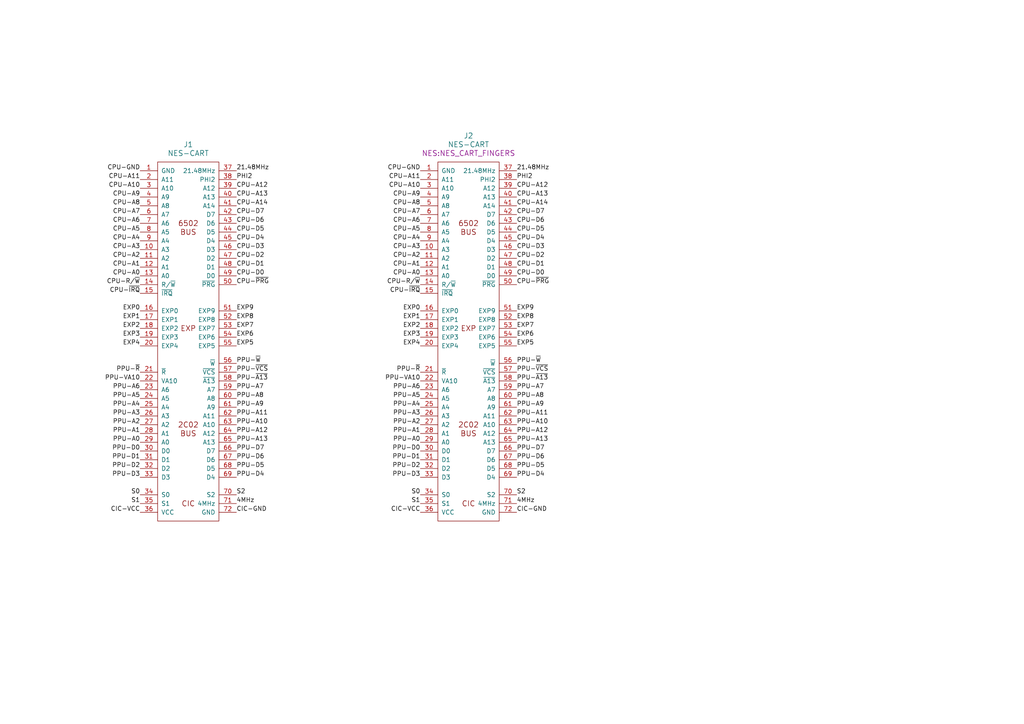
<source format=kicad_sch>
(kicad_sch (version 20231120) (generator "eeschema") (generator_version "8.0")
  (paper "A4")
  (lib_symbols
    (symbol "doragasu:NES-CART" (pin_names (offset 1.016))
      (property "Reference" "J" (at -7.62 52.07 0))
      (property "Value" "NES-CART" (at -2.54 -54.61 0))
      (symbol "NES-CART_0_0"
        (text "2C02" (at 0 -25.4 0) (effects (font (size 1.524 1.524))))
        (text "6502" (at 0 33.02 0) (effects (font (size 1.524 1.524))))
        (text "BUS" (at 0 -27.94 0) (effects (font (size 1.524 1.524))))
        (text "BUS" (at 0 30.48 0) (effects (font (size 1.524 1.524))))
        (text "CIC" (at 0 -48.26 0) (effects (font (size 1.524 1.524))))
        (text "EXP" (at 0 2.54 0) (effects (font (size 1.524 1.524))))
      )
      (symbol "NES-CART_0_1"
        (rectangle (start -8.89 50.8) (end 8.89 -53.34))
      )
      (symbol "NES-CART_1_1"
        (pin power_in line (at -13.97 48.26 0) (length 5.08) (name "GND") (number "1"))
        (pin output line (at -13.97 25.4 0) (length 5.08) (name "A3") (number "10"))
        (pin output line (at -13.97 22.86 0) (length 5.08) (name "A2") (number "11"))
        (pin output line (at -13.97 20.32 0) (length 5.08) (name "A1") (number "12"))
        (pin output line (at -13.97 17.78 0) (length 5.08) (name "A0") (number "13"))
        (pin output line (at -13.97 15.24 0) (length 5.08) (name "R/~{W}") (number "14"))
        (pin input line (at -13.97 12.7 0) (length 5.08) (name "~{IRQ}") (number "15"))
        (pin unspecified line (at -13.97 7.62 0) (length 5.08) (name "EXP0") (number "16"))
        (pin unspecified line (at -13.97 5.08 0) (length 5.08) (name "EXP1") (number "17"))
        (pin unspecified line (at -13.97 2.54 0) (length 5.08) (name "EXP2") (number "18"))
        (pin unspecified line (at -13.97 0 0) (length 5.08) (name "EXP3") (number "19"))
        (pin output line (at -13.97 45.72 0) (length 5.08) (name "A11") (number "2"))
        (pin unspecified line (at -13.97 -2.54 0) (length 5.08) (name "EXP4") (number "20"))
        (pin output line (at -13.97 -10.16 0) (length 5.08) (name "~{R}") (number "21"))
        (pin input line (at -13.97 -12.7 0) (length 5.08) (name "VA10") (number "22"))
        (pin output line (at -13.97 -15.24 0) (length 5.08) (name "A6") (number "23"))
        (pin output line (at -13.97 -17.78 0) (length 5.08) (name "A5") (number "24"))
        (pin output line (at -13.97 -20.32 0) (length 5.08) (name "A4") (number "25"))
        (pin output line (at -13.97 -22.86 0) (length 5.08) (name "A3") (number "26"))
        (pin output line (at -13.97 -25.4 0) (length 5.08) (name "A2") (number "27"))
        (pin output line (at -13.97 -27.94 0) (length 5.08) (name "A1") (number "28"))
        (pin output line (at -13.97 -30.48 0) (length 5.08) (name "A0") (number "29"))
        (pin output line (at -13.97 43.18 0) (length 5.08) (name "A10") (number "3"))
        (pin tri_state line (at -13.97 -33.02 0) (length 5.08) (name "D0") (number "30"))
        (pin tri_state line (at -13.97 -35.56 0) (length 5.08) (name "D1") (number "31"))
        (pin tri_state line (at -13.97 -38.1 0) (length 5.08) (name "D2") (number "32"))
        (pin tri_state line (at -13.97 -40.64 0) (length 5.08) (name "D3") (number "33"))
        (pin tri_state line (at -13.97 -45.72 0) (length 5.08) (name "S0") (number "34"))
        (pin tri_state line (at -13.97 -48.26 0) (length 5.08) (name "S1") (number "35"))
        (pin power_out line (at -13.97 -50.8 0) (length 5.08) (name "VCC") (number "36"))
        (pin output line (at 13.97 48.26 180) (length 5.08) (name "21.48MHz") (number "37"))
        (pin output line (at 13.97 45.72 180) (length 5.08) (name "PHI2") (number "38"))
        (pin output line (at 13.97 43.18 180) (length 5.08) (name "A12") (number "39"))
        (pin output line (at -13.97 40.64 0) (length 5.08) (name "A9") (number "4"))
        (pin output line (at 13.97 40.64 180) (length 5.08) (name "A13") (number "40"))
        (pin output line (at 13.97 38.1 180) (length 5.08) (name "A14") (number "41"))
        (pin tri_state line (at 13.97 35.56 180) (length 5.08) (name "D7") (number "42"))
        (pin tri_state line (at 13.97 33.02 180) (length 5.08) (name "D6") (number "43"))
        (pin tri_state line (at 13.97 30.48 180) (length 5.08) (name "D5") (number "44"))
        (pin tri_state line (at 13.97 27.94 180) (length 5.08) (name "D4") (number "45"))
        (pin tri_state line (at 13.97 25.4 180) (length 5.08) (name "D3") (number "46"))
        (pin tri_state line (at 13.97 22.86 180) (length 5.08) (name "D2") (number "47"))
        (pin tri_state line (at 13.97 20.32 180) (length 5.08) (name "D1") (number "48"))
        (pin tri_state line (at 13.97 17.78 180) (length 5.08) (name "D0") (number "49"))
        (pin output line (at -13.97 38.1 0) (length 5.08) (name "A8") (number "5"))
        (pin output line (at 13.97 15.24 180) (length 5.08) (name "~{PRG}") (number "50"))
        (pin unspecified line (at 13.97 7.62 180) (length 5.08) (name "EXP9") (number "51"))
        (pin unspecified line (at 13.97 5.08 180) (length 5.08) (name "EXP8") (number "52"))
        (pin unspecified line (at 13.97 2.54 180) (length 5.08) (name "EXP7") (number "53"))
        (pin unspecified line (at 13.97 0 180) (length 5.08) (name "EXP6") (number "54"))
        (pin unspecified line (at 13.97 -2.54 180) (length 5.08) (name "EXP5") (number "55"))
        (pin output line (at 13.97 -7.62 180) (length 5.08) (name "~{W}") (number "56"))
        (pin input line (at 13.97 -10.16 180) (length 5.08) (name "~{VCS}") (number "57"))
        (pin output line (at 13.97 -12.7 180) (length 5.08) (name "~{A13}") (number "58"))
        (pin output line (at 13.97 -15.24 180) (length 5.08) (name "A7") (number "59"))
        (pin output line (at -13.97 35.56 0) (length 5.08) (name "A7") (number "6"))
        (pin output line (at 13.97 -17.78 180) (length 5.08) (name "A8") (number "60"))
        (pin output line (at 13.97 -20.32 180) (length 5.08) (name "A9") (number "61"))
        (pin output line (at 13.97 -22.86 180) (length 5.08) (name "A11") (number "62"))
        (pin output line (at 13.97 -25.4 180) (length 5.08) (name "A10") (number "63"))
        (pin output line (at 13.97 -27.94 180) (length 5.08) (name "A12") (number "64"))
        (pin output line (at 13.97 -30.48 180) (length 5.08) (name "A13") (number "65"))
        (pin tri_state line (at 13.97 -33.02 180) (length 5.08) (name "D7") (number "66"))
        (pin tri_state line (at 13.97 -35.56 180) (length 5.08) (name "D6") (number "67"))
        (pin tri_state line (at 13.97 -38.1 180) (length 5.08) (name "D5") (number "68"))
        (pin tri_state line (at 13.97 -40.64 180) (length 5.08) (name "D4") (number "69"))
        (pin output line (at -13.97 33.02 0) (length 5.08) (name "A6") (number "7"))
        (pin tri_state line (at 13.97 -45.72 180) (length 5.08) (name "S2") (number "70"))
        (pin output line (at 13.97 -48.26 180) (length 5.08) (name "4MHz") (number "71"))
        (pin power_out line (at 13.97 -50.8 180) (length 5.08) (name "GND") (number "72"))
        (pin output line (at -13.97 30.48 0) (length 5.08) (name "A5") (number "8"))
        (pin output line (at -13.97 27.94 0) (length 5.08) (name "A4") (number "9"))
      )
    )
    (symbol "nes-cart:NES-CART" (pin_names (offset 1.016))
      (property "Reference" "J" (at -7.62 52.07 0))
      (property "Value" "NES-CART" (at -2.54 -54.61 0))
      (symbol "NES-CART_0_0"
        (text "2C02" (at 0 -25.4 0) (effects (font (size 1.524 1.524))))
        (text "6502" (at 0 33.02 0) (effects (font (size 1.524 1.524))))
        (text "BUS" (at 0 -27.94 0) (effects (font (size 1.524 1.524))))
        (text "BUS" (at 0 30.48 0) (effects (font (size 1.524 1.524))))
        (text "CIC" (at 0 -48.26 0) (effects (font (size 1.524 1.524))))
        (text "EXP" (at 0 2.54 0) (effects (font (size 1.524 1.524))))
      )
      (symbol "NES-CART_0_1"
        (rectangle (start -8.89 50.8) (end 8.89 -53.34))
      )
      (symbol "NES-CART_1_1"
        (pin power_in line (at -13.97 48.26 0) (length 5.08) (name "GND") (number "1"))
        (pin output line (at -13.97 25.4 0) (length 5.08) (name "A3") (number "10"))
        (pin output line (at -13.97 22.86 0) (length 5.08) (name "A2") (number "11"))
        (pin output line (at -13.97 20.32 0) (length 5.08) (name "A1") (number "12"))
        (pin output line (at -13.97 17.78 0) (length 5.08) (name "A0") (number "13"))
        (pin output line (at -13.97 15.24 0) (length 5.08) (name "R/~{W}") (number "14"))
        (pin input line (at -13.97 12.7 0) (length 5.08) (name "~{IRQ}") (number "15"))
        (pin unspecified line (at -13.97 7.62 0) (length 5.08) (name "EXP0") (number "16"))
        (pin unspecified line (at -13.97 5.08 0) (length 5.08) (name "EXP1") (number "17"))
        (pin unspecified line (at -13.97 2.54 0) (length 5.08) (name "EXP2") (number "18"))
        (pin unspecified line (at -13.97 0 0) (length 5.08) (name "EXP3") (number "19"))
        (pin output line (at -13.97 45.72 0) (length 5.08) (name "A11") (number "2"))
        (pin unspecified line (at -13.97 -2.54 0) (length 5.08) (name "EXP4") (number "20"))
        (pin output line (at -13.97 -10.16 0) (length 5.08) (name "~{R}") (number "21"))
        (pin input line (at -13.97 -12.7 0) (length 5.08) (name "VA10") (number "22"))
        (pin output line (at -13.97 -15.24 0) (length 5.08) (name "A6") (number "23"))
        (pin output line (at -13.97 -17.78 0) (length 5.08) (name "A5") (number "24"))
        (pin output line (at -13.97 -20.32 0) (length 5.08) (name "A4") (number "25"))
        (pin output line (at -13.97 -22.86 0) (length 5.08) (name "A3") (number "26"))
        (pin output line (at -13.97 -25.4 0) (length 5.08) (name "A2") (number "27"))
        (pin output line (at -13.97 -27.94 0) (length 5.08) (name "A1") (number "28"))
        (pin output line (at -13.97 -30.48 0) (length 5.08) (name "A0") (number "29"))
        (pin output line (at -13.97 43.18 0) (length 5.08) (name "A10") (number "3"))
        (pin tri_state line (at -13.97 -33.02 0) (length 5.08) (name "D0") (number "30"))
        (pin tri_state line (at -13.97 -35.56 0) (length 5.08) (name "D1") (number "31"))
        (pin tri_state line (at -13.97 -38.1 0) (length 5.08) (name "D2") (number "32"))
        (pin tri_state line (at -13.97 -40.64 0) (length 5.08) (name "D3") (number "33"))
        (pin tri_state line (at -13.97 -45.72 0) (length 5.08) (name "S0") (number "34"))
        (pin tri_state line (at -13.97 -48.26 0) (length 5.08) (name "S1") (number "35"))
        (pin power_out line (at -13.97 -50.8 0) (length 5.08) (name "VCC") (number "36"))
        (pin output line (at 13.97 48.26 180) (length 5.08) (name "21.48MHz") (number "37"))
        (pin output line (at 13.97 45.72 180) (length 5.08) (name "PHI2") (number "38"))
        (pin output line (at 13.97 43.18 180) (length 5.08) (name "A12") (number "39"))
        (pin output line (at -13.97 40.64 0) (length 5.08) (name "A9") (number "4"))
        (pin output line (at 13.97 40.64 180) (length 5.08) (name "A13") (number "40"))
        (pin output line (at 13.97 38.1 180) (length 5.08) (name "A14") (number "41"))
        (pin tri_state line (at 13.97 35.56 180) (length 5.08) (name "D7") (number "42"))
        (pin tri_state line (at 13.97 33.02 180) (length 5.08) (name "D6") (number "43"))
        (pin tri_state line (at 13.97 30.48 180) (length 5.08) (name "D5") (number "44"))
        (pin tri_state line (at 13.97 27.94 180) (length 5.08) (name "D4") (number "45"))
        (pin tri_state line (at 13.97 25.4 180) (length 5.08) (name "D3") (number "46"))
        (pin tri_state line (at 13.97 22.86 180) (length 5.08) (name "D2") (number "47"))
        (pin tri_state line (at 13.97 20.32 180) (length 5.08) (name "D1") (number "48"))
        (pin tri_state line (at 13.97 17.78 180) (length 5.08) (name "D0") (number "49"))
        (pin output line (at -13.97 38.1 0) (length 5.08) (name "A8") (number "5"))
        (pin output line (at 13.97 15.24 180) (length 5.08) (name "~{PRG}") (number "50"))
        (pin unspecified line (at 13.97 7.62 180) (length 5.08) (name "EXP9") (number "51"))
        (pin unspecified line (at 13.97 5.08 180) (length 5.08) (name "EXP8") (number "52"))
        (pin unspecified line (at 13.97 2.54 180) (length 5.08) (name "EXP7") (number "53"))
        (pin unspecified line (at 13.97 0 180) (length 5.08) (name "EXP6") (number "54"))
        (pin unspecified line (at 13.97 -2.54 180) (length 5.08) (name "EXP5") (number "55"))
        (pin output line (at 13.97 -7.62 180) (length 5.08) (name "~{W}") (number "56"))
        (pin input line (at 13.97 -10.16 180) (length 5.08) (name "~{VCS}") (number "57"))
        (pin output line (at 13.97 -12.7 180) (length 5.08) (name "~{A13}") (number "58"))
        (pin output line (at 13.97 -15.24 180) (length 5.08) (name "A7") (number "59"))
        (pin output line (at -13.97 35.56 0) (length 5.08) (name "A7") (number "6"))
        (pin output line (at 13.97 -17.78 180) (length 5.08) (name "A8") (number "60"))
        (pin output line (at 13.97 -20.32 180) (length 5.08) (name "A9") (number "61"))
        (pin output line (at 13.97 -22.86 180) (length 5.08) (name "A11") (number "62"))
        (pin output line (at 13.97 -25.4 180) (length 5.08) (name "A10") (number "63"))
        (pin output line (at 13.97 -27.94 180) (length 5.08) (name "A12") (number "64"))
        (pin output line (at 13.97 -30.48 180) (length 5.08) (name "A13") (number "65"))
        (pin tri_state line (at 13.97 -33.02 180) (length 5.08) (name "D7") (number "66"))
        (pin tri_state line (at 13.97 -35.56 180) (length 5.08) (name "D6") (number "67"))
        (pin tri_state line (at 13.97 -38.1 180) (length 5.08) (name "D5") (number "68"))
        (pin tri_state line (at 13.97 -40.64 180) (length 5.08) (name "D4") (number "69"))
        (pin output line (at -13.97 33.02 0) (length 5.08) (name "A6") (number "7"))
        (pin tri_state line (at 13.97 -45.72 180) (length 5.08) (name "S2") (number "70"))
        (pin output line (at 13.97 -48.26 180) (length 5.08) (name "4MHz") (number "71"))
        (pin power_out line (at 13.97 -50.8 180) (length 5.08) (name "GND") (number "72"))
        (pin output line (at -13.97 30.48 0) (length 5.08) (name "A5") (number "8"))
        (pin output line (at -13.97 27.94 0) (length 5.08) (name "A4") (number "9"))
      )
    )
  )
  (label "S2" (at 149.86 143.51 0))
  (label "CPU-D1" (at 149.86 77.47 0))
  (label "CPU-A2" (at 121.92 74.93 180))
  (label "CPU-A8" (at 40.64 59.69 180))
  (label "PPU-D7" (at 68.58 130.81 0))
  (label "PPU-A10" (at 149.86 123.19 0))
  (label "PHI2" (at 149.86 52.07 0))
  (label "CPU-~{IRQ}" (at 121.92 85.09 180))
  (label "PPU-A8" (at 149.86 115.57 0))
  (label "CPU-A3" (at 121.92 72.39 180))
  (label "EXP0" (at 121.92 90.17 180))
  (label "CPU-D0" (at 68.58 80.01 0))
  (label "PPU-A6" (at 121.92 113.03 180))
  (label "PPU-A1" (at 40.64 125.73 180))
  (label "CPU-~{PRG}" (at 149.86 82.55 0))
  (label "CPU-A13" (at 149.86 57.15 0))
  (label "PPU-D5" (at 68.58 135.89 0))
  (label "PPU-A9" (at 68.58 118.11 0))
  (label "PPU-~{A13}" (at 149.86 110.49 0))
  (label "EXP6" (at 149.86 97.79 0))
  (label "EXP7" (at 149.86 95.25 0))
  (label "CPU-A5" (at 121.92 67.31 180))
  (label "CPU-A4" (at 40.64 69.85 180))
  (label "PPU-A0" (at 40.64 128.27 180))
  (label "PPU-VA10" (at 121.92 110.49 180))
  (label "PPU-~{R}" (at 40.64 107.95 180))
  (label "CPU-A8" (at 121.92 59.69 180))
  (label "4MHz" (at 149.86 146.05 0))
  (label "CPU-A5" (at 40.64 67.31 180))
  (label "EXP3" (at 121.92 97.79 180))
  (label "PPU-A5" (at 121.92 115.57 180))
  (label "CPU-D2" (at 149.86 74.93 0))
  (label "PPU-~{VCS}" (at 149.86 107.95 0))
  (label "CPU-A10" (at 40.64 54.61 180))
  (label "PPU-~{A13}" (at 68.58 110.49 0))
  (label "CPU-A2" (at 40.64 74.93 180))
  (label "PPU-D3" (at 121.92 138.43 180))
  (label "CPU-D3" (at 68.58 72.39 0))
  (label "CPU-A1" (at 40.64 77.47 180))
  (label "CPU-D2" (at 68.58 74.93 0))
  (label "EXP0" (at 40.64 90.17 180))
  (label "PPU-A3" (at 40.64 120.65 180))
  (label "PPU-A7" (at 149.86 113.03 0))
  (label "CPU-A11" (at 121.92 52.07 180))
  (label "CPU-D5" (at 68.58 67.31 0))
  (label "PPU-D4" (at 68.58 138.43 0))
  (label "CPU-A9" (at 121.92 57.15 180))
  (label "EXP7" (at 68.58 95.25 0))
  (label "PPU-~{W}" (at 149.86 105.41 0))
  (label "S1" (at 121.92 146.05 180))
  (label "PPU-A10" (at 68.58 123.19 0))
  (label "PPU-~{VCS}" (at 68.58 107.95 0))
  (label "CPU-GND" (at 121.92 49.53 180))
  (label "EXP4" (at 121.92 100.33 180))
  (label "CPU-D6" (at 149.86 64.77 0))
  (label "CPU-A6" (at 40.64 64.77 180))
  (label "CPU-A12" (at 149.86 54.61 0))
  (label "PPU-A9" (at 149.86 118.11 0))
  (label "PPU-A13" (at 68.58 128.27 0))
  (label "CPU-D0" (at 149.86 80.01 0))
  (label "PPU-A4" (at 40.64 118.11 180))
  (label "CPU-A0" (at 121.92 80.01 180))
  (label "PPU-A13" (at 149.86 128.27 0))
  (label "PPU-D5" (at 149.86 135.89 0))
  (label "CIC-VCC" (at 40.64 148.59 180))
  (label "PPU-A2" (at 121.92 123.19 180))
  (label "CPU-D4" (at 68.58 69.85 0))
  (label "PPU-A1" (at 121.92 125.73 180))
  (label "PPU-A11" (at 149.86 120.65 0))
  (label "CPU-~{IRQ}" (at 40.64 85.09 180))
  (label "CPU-A1" (at 121.92 77.47 180))
  (label "CPU-R/~{W}" (at 121.92 82.55 180))
  (label "21.48MHz" (at 68.58 49.53 0))
  (label "EXP6" (at 68.58 97.79 0))
  (label "PPU-A7" (at 68.58 113.03 0))
  (label "PPU-~{R}" (at 121.92 107.95 180))
  (label "CPU-A9" (at 40.64 57.15 180))
  (label "PPU-D6" (at 149.86 133.35 0))
  (label "PPU-A4" (at 121.92 118.11 180))
  (label "S0" (at 121.92 143.51 180))
  (label "EXP2" (at 40.64 95.25 180))
  (label "PPU-~{W}" (at 68.58 105.41 0))
  (label "21.48MHz" (at 149.86 49.53 0))
  (label "PPU-D6" (at 68.58 133.35 0))
  (label "CPU-A0" (at 40.64 80.01 180))
  (label "CIC-VCC" (at 121.92 148.59 180))
  (label "EXP1" (at 40.64 92.71 180))
  (label "CIC-GND" (at 149.86 148.59 0))
  (label "CPU-A7" (at 40.64 62.23 180))
  (label "CPU-A11" (at 40.64 52.07 180))
  (label "EXP8" (at 68.58 92.71 0))
  (label "PPU-D1" (at 121.92 133.35 180))
  (label "PPU-D7" (at 149.86 130.81 0))
  (label "PPU-A6" (at 40.64 113.03 180))
  (label "EXP5" (at 149.86 100.33 0))
  (label "PPU-D1" (at 40.64 133.35 180))
  (label "S1" (at 40.64 146.05 180))
  (label "CPU-D7" (at 68.58 62.23 0))
  (label "EXP5" (at 68.58 100.33 0))
  (label "CPU-R/~{W}" (at 40.64 82.55 180))
  (label "EXP1" (at 121.92 92.71 180))
  (label "EXP3" (at 40.64 97.79 180))
  (label "PHI2" (at 68.58 52.07 0))
  (label "CIC-GND" (at 68.58 148.59 0))
  (label "CPU-A4" (at 121.92 69.85 180))
  (label "CPU-D3" (at 149.86 72.39 0))
  (label "CPU-A6" (at 121.92 64.77 180))
  (label "CPU-GND" (at 40.64 49.53 180))
  (label "EXP2" (at 121.92 95.25 180))
  (label "PPU-D2" (at 121.92 135.89 180))
  (label "PPU-A3" (at 121.92 120.65 180))
  (label "PPU-A11" (at 68.58 120.65 0))
  (label "PPU-D4" (at 149.86 138.43 0))
  (label "CPU-A12" (at 68.58 54.61 0))
  (label "CPU-A7" (at 121.92 62.23 180))
  (label "CPU-A3" (at 40.64 72.39 180))
  (label "CPU-A10" (at 121.92 54.61 180))
  (label "4MHz" (at 68.58 146.05 0))
  (label "PPU-A12" (at 68.58 125.73 0))
  (label "PPU-VA10" (at 40.64 110.49 180))
  (label "PPU-A2" (at 40.64 123.19 180))
  (label "CPU-A13" (at 68.58 57.15 0))
  (label "CPU-A14" (at 149.86 59.69 0))
  (label "CPU-A14" (at 68.58 59.69 0))
  (label "EXP4" (at 40.64 100.33 180))
  (label "CPU-D6" (at 68.58 64.77 0))
  (label "EXP8" (at 149.86 92.71 0))
  (label "CPU-D4" (at 149.86 69.85 0))
  (label "EXP9" (at 68.58 90.17 0))
  (label "PPU-D3" (at 40.64 138.43 180))
  (label "S2" (at 68.58 143.51 0))
  (label "S0" (at 40.64 143.51 180))
  (label "CPU-D1" (at 68.58 77.47 0))
  (label "PPU-A12" (at 149.86 125.73 0))
  (label "PPU-D0" (at 121.92 130.81 180))
  (label "CPU-~{PRG}" (at 68.58 82.55 0))
  (label "PPU-A8" (at 68.58 115.57 0))
  (label "PPU-A0" (at 121.92 128.27 180))
  (label "CPU-D5" (at 149.86 67.31 0))
  (label "PPU-D0" (at 40.64 130.81 180))
  (label "PPU-A5" (at 40.64 115.57 180))
  (label "PPU-D2" (at 40.64 135.89 180))
  (label "CPU-D7" (at 149.86 62.23 0))
  (label "EXP9" (at 149.86 90.17 0))
  (symbol (lib_id "doragasu:NES-CART") (at 54.61 97.79 0) (unit 1)
    (property "Reference" "J1" (at 54.61 41.91 0) (effects (font (size 1.524 1.524))))
    (property "Value" "NES-CART" (at 54.61 44.45 0) (effects (font (size 1.524 1.524))))
    (property "Footprint" "Game Genie:2x36 2.54mm Edge" (effects (hide yes)))
  )
  (symbol (lib_id "nes-cart:NES-CART") (at 135.89 97.79 0) (unit 1) (in_bom no)
    (property "Reference" "J2" (at 135.89 39.37 0) (effects (font (size 1.524 1.524))))
    (property "Value" "NES-CART" (at 135.89 41.91 0) (effects (font (size 1.524 1.524))))
    (property "Footprint" "NES:NES_CART_FINGERS" (at 135.89 44.45 0) (effects (font (size 1.524 1.524))))
  )
)
</source>
